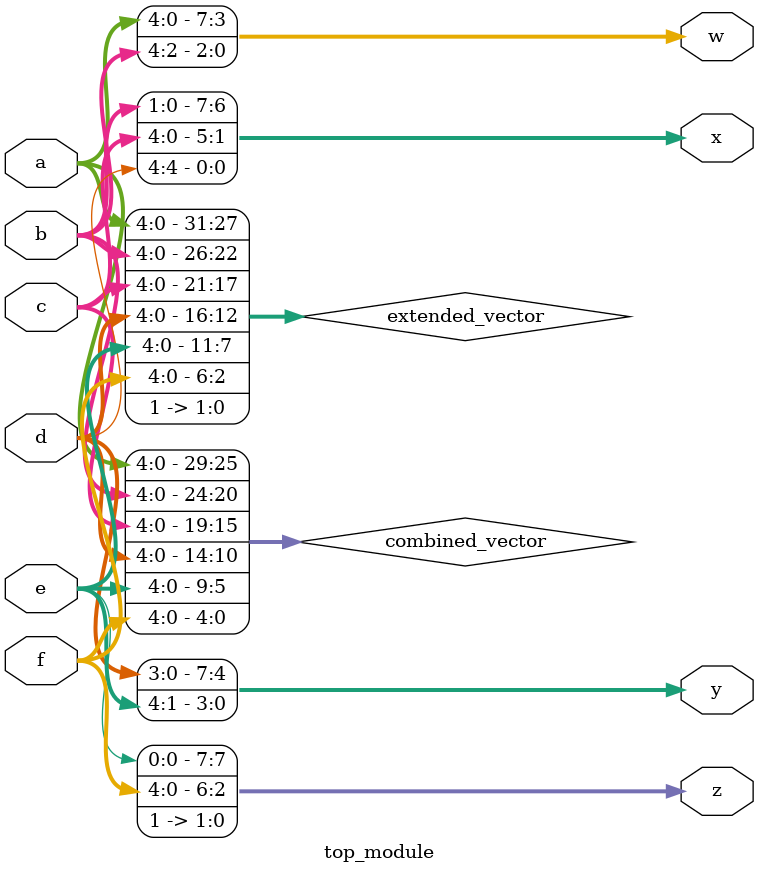
<source format=v>
module top_module (
    input [4:0] a, b, c, d, e, f,
    output [7:0] w, x, y, z );

    // Concatenate input vectors a, b, c, d, e, f into a single 30-bit vector
    wire [29:0] combined_vector = {a, b, c, d, e, f};

    // Append two '1' bits to get a 32-bit vector
    wire [31:0] extended_vector = {combined_vector, 2'b11};

    // Split the 32-bit extended_vector into four 8-bit output vectors
    assign {w, x, y, z} = extended_vector;

endmodule
</source>
